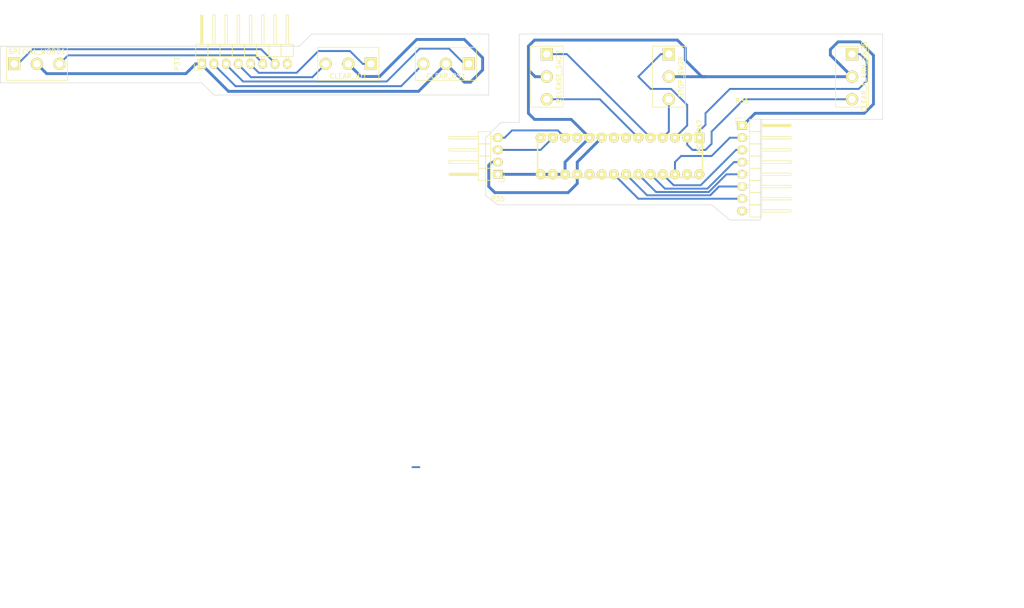
<source format=kicad_pcb>
(kicad_pcb (version 4) (host pcbnew 4.0.2-stable)

  (general
    (links 33)
    (no_connects 0)
    (area 38.684999 22.490304 255.65 148.590001)
    (thickness 1.6)
    (drawings 25)
    (tracks 156)
    (zones 0)
    (modules 10)
    (nets 24)
  )

  (page A4)
  (layers
    (0 F.Cu signal)
    (31 B.Cu signal)
    (32 B.Adhes user)
    (33 F.Adhes user)
    (34 B.Paste user)
    (35 F.Paste user)
    (36 B.SilkS user)
    (37 F.SilkS user)
    (38 B.Mask user)
    (39 F.Mask user)
    (40 Dwgs.User user)
    (41 Cmts.User user)
    (42 Eco1.User user)
    (43 Eco2.User user)
    (44 Edge.Cuts user)
    (45 Margin user)
    (46 B.CrtYd user)
    (47 F.CrtYd user)
    (48 B.Fab user)
    (49 F.Fab user)
  )

  (setup
    (last_trace_width 0.4)
    (trace_clearance 0.3)
    (zone_clearance 0.508)
    (zone_45_only no)
    (trace_min 0.2)
    (segment_width 0.2)
    (edge_width 0.1)
    (via_size 1.6)
    (via_drill 1)
    (via_min_size 0.4)
    (via_min_drill 0.3)
    (uvia_size 0.3)
    (uvia_drill 0.1)
    (uvias_allowed no)
    (uvia_min_size 0.2)
    (uvia_min_drill 0.1)
    (pcb_text_width 0.3)
    (pcb_text_size 1.5 1.5)
    (mod_edge_width 0.15)
    (mod_text_size 1 1)
    (mod_text_width 0.15)
    (pad_size 1.5 1.5)
    (pad_drill 0.6)
    (pad_to_mask_clearance 0)
    (aux_axis_origin 0 0)
    (visible_elements FFFFFF7F)
    (pcbplotparams
      (layerselection 0x01000_80000001)
      (usegerberextensions false)
      (excludeedgelayer true)
      (linewidth 0.100000)
      (plotframeref false)
      (viasonmask false)
      (mode 1)
      (useauxorigin false)
      (hpglpennumber 1)
      (hpglpenspeed 20)
      (hpglpendiameter 15)
      (hpglpenoverlay 2)
      (psnegative false)
      (psa4output false)
      (plotreference true)
      (plotvalue true)
      (plotinvisibletext false)
      (padsonsilk false)
      (subtractmaskfromsilk false)
      (outputformat 1)
      (mirror false)
      (drillshape 0)
      (scaleselection 1)
      (outputdirectory ../plans/v1_board_assembly/))
  )

  (net 0 "")
  (net 1 GND)
  (net 2 VDD)
  (net 3 /SDA)
  (net 4 /SCK)
  (net 5 /CLEAR_OS_B)
  (net 6 /CLEAR_OS_A)
  (net 7 /CLEAR_ID_B)
  (net 8 /CLEAR_ID_A)
  (net 9 /SPECIAL_B)
  (net 10 /SPECIAL_A)
  (net 11 "Net-(P37-Pad6)")
  (net 12 "Net-(P37-Pad7)")
  (net 13 "Net-(CLEAR_ID1-Pad1)")
  (net 14 "Net-(CLEAR_ID1-Pad2)")
  (net 15 "Net-(CLEAR_ID1-Pad3)")
  (net 16 "Net-(CLEAR_OS1-Pad1)")
  (net 17 "Net-(CLEAR_OS1-Pad3)")
  (net 18 "Net-(CLEAR_ALARM_SW29-Pad1)")
  (net 19 "Net-(CLEAR_ALARM_SW29-Pad3)")
  (net 20 "Net-(RELEASE_SW27-Pad1)")
  (net 21 "Net-(RELEASE_SW27-Pad3)")
  (net 22 "Net-(STOP_SW28-Pad1)")
  (net 23 "Net-(STOP_SW28-Pad3)")

  (net_class Default "This is the default net class."
    (clearance 0.3)
    (trace_width 0.4)
    (via_dia 1.6)
    (via_drill 1)
    (uvia_dia 0.3)
    (uvia_drill 0.1)
    (add_net /CLEAR_ID_A)
    (add_net /CLEAR_ID_B)
    (add_net /CLEAR_OS_A)
    (add_net /CLEAR_OS_B)
    (add_net /SCK)
    (add_net /SDA)
    (add_net /SPECIAL_A)
    (add_net /SPECIAL_B)
    (add_net GND)
    (add_net "Net-(CLEAR_ALARM_SW29-Pad1)")
    (add_net "Net-(CLEAR_ALARM_SW29-Pad3)")
    (add_net "Net-(CLEAR_ID1-Pad1)")
    (add_net "Net-(CLEAR_ID1-Pad2)")
    (add_net "Net-(CLEAR_ID1-Pad3)")
    (add_net "Net-(CLEAR_OS1-Pad1)")
    (add_net "Net-(CLEAR_OS1-Pad3)")
    (add_net "Net-(P37-Pad6)")
    (add_net "Net-(P37-Pad7)")
    (add_net "Net-(RELEASE_SW27-Pad1)")
    (add_net "Net-(RELEASE_SW27-Pad3)")
    (add_net "Net-(STOP_SW28-Pad1)")
    (add_net "Net-(STOP_SW28-Pad3)")
    (add_net VDD)
  )

  (module Pin_Headers:Pin_Header_Angled_1x04 (layer F.Cu) (tedit 0) (tstamp 57AB3EAF)
    (at 142.24 58.42 180)
    (descr "Through hole pin header")
    (tags "pin header")
    (path /57AB65CC)
    (fp_text reference P35 (at 0 -5.1 180) (layer F.SilkS)
      (effects (font (size 1 1) (thickness 0.15)))
    )
    (fp_text value CONN_01X04 (at 0 -3.1 180) (layer F.Fab)
      (effects (font (size 1 1) (thickness 0.15)))
    )
    (fp_line (start -1.5 -1.75) (end -1.5 9.4) (layer F.CrtYd) (width 0.05))
    (fp_line (start 10.65 -1.75) (end 10.65 9.4) (layer F.CrtYd) (width 0.05))
    (fp_line (start -1.5 -1.75) (end 10.65 -1.75) (layer F.CrtYd) (width 0.05))
    (fp_line (start -1.5 9.4) (end 10.65 9.4) (layer F.CrtYd) (width 0.05))
    (fp_line (start -1.3 -1.55) (end -1.3 0) (layer F.SilkS) (width 0.15))
    (fp_line (start 0 -1.55) (end -1.3 -1.55) (layer F.SilkS) (width 0.15))
    (fp_line (start 4.191 -0.127) (end 10.033 -0.127) (layer F.SilkS) (width 0.15))
    (fp_line (start 10.033 -0.127) (end 10.033 0.127) (layer F.SilkS) (width 0.15))
    (fp_line (start 10.033 0.127) (end 4.191 0.127) (layer F.SilkS) (width 0.15))
    (fp_line (start 4.191 0.127) (end 4.191 0) (layer F.SilkS) (width 0.15))
    (fp_line (start 4.191 0) (end 10.033 0) (layer F.SilkS) (width 0.15))
    (fp_line (start 1.524 -0.254) (end 1.143 -0.254) (layer F.SilkS) (width 0.15))
    (fp_line (start 1.524 0.254) (end 1.143 0.254) (layer F.SilkS) (width 0.15))
    (fp_line (start 1.524 2.286) (end 1.143 2.286) (layer F.SilkS) (width 0.15))
    (fp_line (start 1.524 2.794) (end 1.143 2.794) (layer F.SilkS) (width 0.15))
    (fp_line (start 1.524 4.826) (end 1.143 4.826) (layer F.SilkS) (width 0.15))
    (fp_line (start 1.524 5.334) (end 1.143 5.334) (layer F.SilkS) (width 0.15))
    (fp_line (start 1.524 7.874) (end 1.143 7.874) (layer F.SilkS) (width 0.15))
    (fp_line (start 1.524 7.366) (end 1.143 7.366) (layer F.SilkS) (width 0.15))
    (fp_line (start 1.524 -1.27) (end 4.064 -1.27) (layer F.SilkS) (width 0.15))
    (fp_line (start 1.524 1.27) (end 4.064 1.27) (layer F.SilkS) (width 0.15))
    (fp_line (start 1.524 1.27) (end 1.524 3.81) (layer F.SilkS) (width 0.15))
    (fp_line (start 1.524 3.81) (end 4.064 3.81) (layer F.SilkS) (width 0.15))
    (fp_line (start 4.064 2.286) (end 10.16 2.286) (layer F.SilkS) (width 0.15))
    (fp_line (start 10.16 2.286) (end 10.16 2.794) (layer F.SilkS) (width 0.15))
    (fp_line (start 10.16 2.794) (end 4.064 2.794) (layer F.SilkS) (width 0.15))
    (fp_line (start 4.064 3.81) (end 4.064 1.27) (layer F.SilkS) (width 0.15))
    (fp_line (start 4.064 1.27) (end 4.064 -1.27) (layer F.SilkS) (width 0.15))
    (fp_line (start 10.16 0.254) (end 4.064 0.254) (layer F.SilkS) (width 0.15))
    (fp_line (start 10.16 -0.254) (end 10.16 0.254) (layer F.SilkS) (width 0.15))
    (fp_line (start 4.064 -0.254) (end 10.16 -0.254) (layer F.SilkS) (width 0.15))
    (fp_line (start 1.524 1.27) (end 4.064 1.27) (layer F.SilkS) (width 0.15))
    (fp_line (start 1.524 -1.27) (end 1.524 1.27) (layer F.SilkS) (width 0.15))
    (fp_line (start 1.524 6.35) (end 4.064 6.35) (layer F.SilkS) (width 0.15))
    (fp_line (start 1.524 6.35) (end 1.524 8.89) (layer F.SilkS) (width 0.15))
    (fp_line (start 1.524 8.89) (end 4.064 8.89) (layer F.SilkS) (width 0.15))
    (fp_line (start 4.064 7.366) (end 10.16 7.366) (layer F.SilkS) (width 0.15))
    (fp_line (start 10.16 7.366) (end 10.16 7.874) (layer F.SilkS) (width 0.15))
    (fp_line (start 10.16 7.874) (end 4.064 7.874) (layer F.SilkS) (width 0.15))
    (fp_line (start 4.064 8.89) (end 4.064 6.35) (layer F.SilkS) (width 0.15))
    (fp_line (start 4.064 6.35) (end 4.064 3.81) (layer F.SilkS) (width 0.15))
    (fp_line (start 10.16 5.334) (end 4.064 5.334) (layer F.SilkS) (width 0.15))
    (fp_line (start 10.16 4.826) (end 10.16 5.334) (layer F.SilkS) (width 0.15))
    (fp_line (start 4.064 4.826) (end 10.16 4.826) (layer F.SilkS) (width 0.15))
    (fp_line (start 1.524 6.35) (end 4.064 6.35) (layer F.SilkS) (width 0.15))
    (fp_line (start 1.524 3.81) (end 1.524 6.35) (layer F.SilkS) (width 0.15))
    (fp_line (start 1.524 3.81) (end 4.064 3.81) (layer F.SilkS) (width 0.15))
    (pad 1 thru_hole rect (at 0 0 180) (size 2.032 1.7272) (drill 1.016) (layers *.Cu *.Mask F.SilkS)
      (net 1 GND))
    (pad 2 thru_hole oval (at 0 2.54 180) (size 2.032 1.7272) (drill 1.016) (layers *.Cu *.Mask F.SilkS)
      (net 2 VDD))
    (pad 3 thru_hole oval (at 0 5.08 180) (size 2.032 1.7272) (drill 1.016) (layers *.Cu *.Mask F.SilkS)
      (net 3 /SDA))
    (pad 4 thru_hole oval (at 0 7.62 180) (size 2.032 1.7272) (drill 1.016) (layers *.Cu *.Mask F.SilkS)
      (net 4 /SCK))
    (model Pin_Headers.3dshapes/Pin_Header_Angled_1x04.wrl
      (at (xyz 0 -0.15 0))
      (scale (xyz 1 1 1))
      (rotate (xyz 0 0 90))
    )
  )

  (module Pin_Headers:Pin_Header_Angled_1x08 (layer F.Cu) (tedit 0) (tstamp 57AB3F0E)
    (at 193.04 48.26)
    (descr "Through hole pin header")
    (tags "pin header")
    (path /57AB4AB8)
    (fp_text reference P36 (at 0 -5.1) (layer F.SilkS)
      (effects (font (size 1 1) (thickness 0.15)))
    )
    (fp_text value CONN_01X08 (at 0 -3.1) (layer F.Fab)
      (effects (font (size 1 1) (thickness 0.15)))
    )
    (fp_line (start -1.5 -1.75) (end -1.5 19.55) (layer F.CrtYd) (width 0.05))
    (fp_line (start 10.65 -1.75) (end 10.65 19.55) (layer F.CrtYd) (width 0.05))
    (fp_line (start -1.5 -1.75) (end 10.65 -1.75) (layer F.CrtYd) (width 0.05))
    (fp_line (start -1.5 19.55) (end 10.65 19.55) (layer F.CrtYd) (width 0.05))
    (fp_line (start -1.3 -1.55) (end -1.3 0) (layer F.SilkS) (width 0.15))
    (fp_line (start 0 -1.55) (end -1.3 -1.55) (layer F.SilkS) (width 0.15))
    (fp_line (start 4.191 -0.127) (end 10.033 -0.127) (layer F.SilkS) (width 0.15))
    (fp_line (start 10.033 -0.127) (end 10.033 0.127) (layer F.SilkS) (width 0.15))
    (fp_line (start 10.033 0.127) (end 4.191 0.127) (layer F.SilkS) (width 0.15))
    (fp_line (start 4.191 0.127) (end 4.191 0) (layer F.SilkS) (width 0.15))
    (fp_line (start 4.191 0) (end 10.033 0) (layer F.SilkS) (width 0.15))
    (fp_line (start 1.524 17.526) (end 1.143 17.526) (layer F.SilkS) (width 0.15))
    (fp_line (start 1.524 18.034) (end 1.143 18.034) (layer F.SilkS) (width 0.15))
    (fp_line (start 1.524 -0.254) (end 1.143 -0.254) (layer F.SilkS) (width 0.15))
    (fp_line (start 1.524 0.254) (end 1.143 0.254) (layer F.SilkS) (width 0.15))
    (fp_line (start 1.524 2.286) (end 1.143 2.286) (layer F.SilkS) (width 0.15))
    (fp_line (start 1.524 2.794) (end 1.143 2.794) (layer F.SilkS) (width 0.15))
    (fp_line (start 1.524 4.826) (end 1.143 4.826) (layer F.SilkS) (width 0.15))
    (fp_line (start 1.524 5.334) (end 1.143 5.334) (layer F.SilkS) (width 0.15))
    (fp_line (start 1.524 15.494) (end 1.143 15.494) (layer F.SilkS) (width 0.15))
    (fp_line (start 1.524 14.986) (end 1.143 14.986) (layer F.SilkS) (width 0.15))
    (fp_line (start 1.524 12.954) (end 1.143 12.954) (layer F.SilkS) (width 0.15))
    (fp_line (start 1.524 12.446) (end 1.143 12.446) (layer F.SilkS) (width 0.15))
    (fp_line (start 1.524 10.414) (end 1.143 10.414) (layer F.SilkS) (width 0.15))
    (fp_line (start 1.524 9.906) (end 1.143 9.906) (layer F.SilkS) (width 0.15))
    (fp_line (start 1.524 7.874) (end 1.143 7.874) (layer F.SilkS) (width 0.15))
    (fp_line (start 1.524 7.366) (end 1.143 7.366) (layer F.SilkS) (width 0.15))
    (fp_line (start 1.524 13.97) (end 4.064 13.97) (layer F.SilkS) (width 0.15))
    (fp_line (start 1.524 13.97) (end 1.524 16.51) (layer F.SilkS) (width 0.15))
    (fp_line (start 1.524 16.51) (end 4.064 16.51) (layer F.SilkS) (width 0.15))
    (fp_line (start 4.064 14.986) (end 10.16 14.986) (layer F.SilkS) (width 0.15))
    (fp_line (start 10.16 14.986) (end 10.16 15.494) (layer F.SilkS) (width 0.15))
    (fp_line (start 10.16 15.494) (end 4.064 15.494) (layer F.SilkS) (width 0.15))
    (fp_line (start 4.064 16.51) (end 4.064 13.97) (layer F.SilkS) (width 0.15))
    (fp_line (start 4.064 19.05) (end 4.064 16.51) (layer F.SilkS) (width 0.15))
    (fp_line (start 10.16 18.034) (end 4.064 18.034) (layer F.SilkS) (width 0.15))
    (fp_line (start 10.16 17.526) (end 10.16 18.034) (layer F.SilkS) (width 0.15))
    (fp_line (start 4.064 17.526) (end 10.16 17.526) (layer F.SilkS) (width 0.15))
    (fp_line (start 1.524 16.51) (end 1.524 19.05) (layer F.SilkS) (width 0.15))
    (fp_line (start 1.524 16.51) (end 4.064 16.51) (layer F.SilkS) (width 0.15))
    (fp_line (start 1.524 19.05) (end 4.064 19.05) (layer F.SilkS) (width 0.15))
    (fp_line (start 1.524 -1.27) (end 4.064 -1.27) (layer F.SilkS) (width 0.15))
    (fp_line (start 1.524 1.27) (end 4.064 1.27) (layer F.SilkS) (width 0.15))
    (fp_line (start 1.524 1.27) (end 1.524 3.81) (layer F.SilkS) (width 0.15))
    (fp_line (start 1.524 3.81) (end 4.064 3.81) (layer F.SilkS) (width 0.15))
    (fp_line (start 4.064 2.286) (end 10.16 2.286) (layer F.SilkS) (width 0.15))
    (fp_line (start 10.16 2.286) (end 10.16 2.794) (layer F.SilkS) (width 0.15))
    (fp_line (start 10.16 2.794) (end 4.064 2.794) (layer F.SilkS) (width 0.15))
    (fp_line (start 4.064 3.81) (end 4.064 1.27) (layer F.SilkS) (width 0.15))
    (fp_line (start 4.064 1.27) (end 4.064 -1.27) (layer F.SilkS) (width 0.15))
    (fp_line (start 10.16 0.254) (end 4.064 0.254) (layer F.SilkS) (width 0.15))
    (fp_line (start 10.16 -0.254) (end 10.16 0.254) (layer F.SilkS) (width 0.15))
    (fp_line (start 4.064 -0.254) (end 10.16 -0.254) (layer F.SilkS) (width 0.15))
    (fp_line (start 1.524 1.27) (end 4.064 1.27) (layer F.SilkS) (width 0.15))
    (fp_line (start 1.524 -1.27) (end 1.524 1.27) (layer F.SilkS) (width 0.15))
    (fp_line (start 1.524 8.89) (end 4.064 8.89) (layer F.SilkS) (width 0.15))
    (fp_line (start 1.524 8.89) (end 1.524 11.43) (layer F.SilkS) (width 0.15))
    (fp_line (start 1.524 11.43) (end 4.064 11.43) (layer F.SilkS) (width 0.15))
    (fp_line (start 4.064 9.906) (end 10.16 9.906) (layer F.SilkS) (width 0.15))
    (fp_line (start 10.16 9.906) (end 10.16 10.414) (layer F.SilkS) (width 0.15))
    (fp_line (start 10.16 10.414) (end 4.064 10.414) (layer F.SilkS) (width 0.15))
    (fp_line (start 4.064 11.43) (end 4.064 8.89) (layer F.SilkS) (width 0.15))
    (fp_line (start 4.064 13.97) (end 4.064 11.43) (layer F.SilkS) (width 0.15))
    (fp_line (start 10.16 12.954) (end 4.064 12.954) (layer F.SilkS) (width 0.15))
    (fp_line (start 10.16 12.446) (end 10.16 12.954) (layer F.SilkS) (width 0.15))
    (fp_line (start 4.064 12.446) (end 10.16 12.446) (layer F.SilkS) (width 0.15))
    (fp_line (start 1.524 13.97) (end 4.064 13.97) (layer F.SilkS) (width 0.15))
    (fp_line (start 1.524 11.43) (end 1.524 13.97) (layer F.SilkS) (width 0.15))
    (fp_line (start 1.524 11.43) (end 4.064 11.43) (layer F.SilkS) (width 0.15))
    (fp_line (start 1.524 6.35) (end 4.064 6.35) (layer F.SilkS) (width 0.15))
    (fp_line (start 1.524 6.35) (end 1.524 8.89) (layer F.SilkS) (width 0.15))
    (fp_line (start 1.524 8.89) (end 4.064 8.89) (layer F.SilkS) (width 0.15))
    (fp_line (start 4.064 7.366) (end 10.16 7.366) (layer F.SilkS) (width 0.15))
    (fp_line (start 10.16 7.366) (end 10.16 7.874) (layer F.SilkS) (width 0.15))
    (fp_line (start 10.16 7.874) (end 4.064 7.874) (layer F.SilkS) (width 0.15))
    (fp_line (start 4.064 8.89) (end 4.064 6.35) (layer F.SilkS) (width 0.15))
    (fp_line (start 4.064 6.35) (end 4.064 3.81) (layer F.SilkS) (width 0.15))
    (fp_line (start 10.16 5.334) (end 4.064 5.334) (layer F.SilkS) (width 0.15))
    (fp_line (start 10.16 4.826) (end 10.16 5.334) (layer F.SilkS) (width 0.15))
    (fp_line (start 4.064 4.826) (end 10.16 4.826) (layer F.SilkS) (width 0.15))
    (fp_line (start 1.524 6.35) (end 4.064 6.35) (layer F.SilkS) (width 0.15))
    (fp_line (start 1.524 3.81) (end 1.524 6.35) (layer F.SilkS) (width 0.15))
    (fp_line (start 1.524 3.81) (end 4.064 3.81) (layer F.SilkS) (width 0.15))
    (pad 1 thru_hole rect (at 0 0) (size 2.032 1.7272) (drill 1.016) (layers *.Cu *.Mask F.SilkS)
      (net 1 GND))
    (pad 2 thru_hole oval (at 0 2.54) (size 2.032 1.7272) (drill 1.016) (layers *.Cu *.Mask F.SilkS)
      (net 5 /CLEAR_OS_B))
    (pad 3 thru_hole oval (at 0 5.08) (size 2.032 1.7272) (drill 1.016) (layers *.Cu *.Mask F.SilkS)
      (net 6 /CLEAR_OS_A))
    (pad 4 thru_hole oval (at 0 7.62) (size 2.032 1.7272) (drill 1.016) (layers *.Cu *.Mask F.SilkS)
      (net 7 /CLEAR_ID_B))
    (pad 5 thru_hole oval (at 0 10.16) (size 2.032 1.7272) (drill 1.016) (layers *.Cu *.Mask F.SilkS)
      (net 8 /CLEAR_ID_A))
    (pad 6 thru_hole oval (at 0 12.7) (size 2.032 1.7272) (drill 1.016) (layers *.Cu *.Mask F.SilkS)
      (net 9 /SPECIAL_B))
    (pad 7 thru_hole oval (at 0 15.24) (size 2.032 1.7272) (drill 1.016) (layers *.Cu *.Mask F.SilkS)
      (net 10 /SPECIAL_A))
    (pad 8 thru_hole oval (at 0 17.78) (size 2.032 1.7272) (drill 1.016) (layers *.Cu *.Mask F.SilkS))
    (model Pin_Headers.3dshapes/Pin_Header_Angled_1x08.wrl
      (at (xyz 0 -0.35 0))
      (scale (xyz 1 1 1))
      (rotate (xyz 0 0 90))
    )
  )

  (module Pin_Headers:Pin_Header_Angled_1x08 (layer F.Cu) (tedit 0) (tstamp 57AB3F6D)
    (at 80.645 35.433 90)
    (descr "Through hole pin header")
    (tags "pin header")
    (path /57AB4A55)
    (fp_text reference P37 (at 0 -5.1 90) (layer F.SilkS)
      (effects (font (size 1 1) (thickness 0.15)))
    )
    (fp_text value CONN_01X08 (at 0 -3.1 90) (layer F.Fab)
      (effects (font (size 1 1) (thickness 0.15)))
    )
    (fp_line (start -1.5 -1.75) (end -1.5 19.55) (layer F.CrtYd) (width 0.05))
    (fp_line (start 10.65 -1.75) (end 10.65 19.55) (layer F.CrtYd) (width 0.05))
    (fp_line (start -1.5 -1.75) (end 10.65 -1.75) (layer F.CrtYd) (width 0.05))
    (fp_line (start -1.5 19.55) (end 10.65 19.55) (layer F.CrtYd) (width 0.05))
    (fp_line (start -1.3 -1.55) (end -1.3 0) (layer F.SilkS) (width 0.15))
    (fp_line (start 0 -1.55) (end -1.3 -1.55) (layer F.SilkS) (width 0.15))
    (fp_line (start 4.191 -0.127) (end 10.033 -0.127) (layer F.SilkS) (width 0.15))
    (fp_line (start 10.033 -0.127) (end 10.033 0.127) (layer F.SilkS) (width 0.15))
    (fp_line (start 10.033 0.127) (end 4.191 0.127) (layer F.SilkS) (width 0.15))
    (fp_line (start 4.191 0.127) (end 4.191 0) (layer F.SilkS) (width 0.15))
    (fp_line (start 4.191 0) (end 10.033 0) (layer F.SilkS) (width 0.15))
    (fp_line (start 1.524 17.526) (end 1.143 17.526) (layer F.SilkS) (width 0.15))
    (fp_line (start 1.524 18.034) (end 1.143 18.034) (layer F.SilkS) (width 0.15))
    (fp_line (start 1.524 -0.254) (end 1.143 -0.254) (layer F.SilkS) (width 0.15))
    (fp_line (start 1.524 0.254) (end 1.143 0.254) (layer F.SilkS) (width 0.15))
    (fp_line (start 1.524 2.286) (end 1.143 2.286) (layer F.SilkS) (width 0.15))
    (fp_line (start 1.524 2.794) (end 1.143 2.794) (layer F.SilkS) (width 0.15))
    (fp_line (start 1.524 4.826) (end 1.143 4.826) (layer F.SilkS) (width 0.15))
    (fp_line (start 1.524 5.334) (end 1.143 5.334) (layer F.SilkS) (width 0.15))
    (fp_line (start 1.524 15.494) (end 1.143 15.494) (layer F.SilkS) (width 0.15))
    (fp_line (start 1.524 14.986) (end 1.143 14.986) (layer F.SilkS) (width 0.15))
    (fp_line (start 1.524 12.954) (end 1.143 12.954) (layer F.SilkS) (width 0.15))
    (fp_line (start 1.524 12.446) (end 1.143 12.446) (layer F.SilkS) (width 0.15))
    (fp_line (start 1.524 10.414) (end 1.143 10.414) (layer F.SilkS) (width 0.15))
    (fp_line (start 1.524 9.906) (end 1.143 9.906) (layer F.SilkS) (width 0.15))
    (fp_line (start 1.524 7.874) (end 1.143 7.874) (layer F.SilkS) (width 0.15))
    (fp_line (start 1.524 7.366) (end 1.143 7.366) (layer F.SilkS) (width 0.15))
    (fp_line (start 1.524 13.97) (end 4.064 13.97) (layer F.SilkS) (width 0.15))
    (fp_line (start 1.524 13.97) (end 1.524 16.51) (layer F.SilkS) (width 0.15))
    (fp_line (start 1.524 16.51) (end 4.064 16.51) (layer F.SilkS) (width 0.15))
    (fp_line (start 4.064 14.986) (end 10.16 14.986) (layer F.SilkS) (width 0.15))
    (fp_line (start 10.16 14.986) (end 10.16 15.494) (layer F.SilkS) (width 0.15))
    (fp_line (start 10.16 15.494) (end 4.064 15.494) (layer F.SilkS) (width 0.15))
    (fp_line (start 4.064 16.51) (end 4.064 13.97) (layer F.SilkS) (width 0.15))
    (fp_line (start 4.064 19.05) (end 4.064 16.51) (layer F.SilkS) (width 0.15))
    (fp_line (start 10.16 18.034) (end 4.064 18.034) (layer F.SilkS) (width 0.15))
    (fp_line (start 10.16 17.526) (end 10.16 18.034) (layer F.SilkS) (width 0.15))
    (fp_line (start 4.064 17.526) (end 10.16 17.526) (layer F.SilkS) (width 0.15))
    (fp_line (start 1.524 16.51) (end 1.524 19.05) (layer F.SilkS) (width 0.15))
    (fp_line (start 1.524 16.51) (end 4.064 16.51) (layer F.SilkS) (width 0.15))
    (fp_line (start 1.524 19.05) (end 4.064 19.05) (layer F.SilkS) (width 0.15))
    (fp_line (start 1.524 -1.27) (end 4.064 -1.27) (layer F.SilkS) (width 0.15))
    (fp_line (start 1.524 1.27) (end 4.064 1.27) (layer F.SilkS) (width 0.15))
    (fp_line (start 1.524 1.27) (end 1.524 3.81) (layer F.SilkS) (width 0.15))
    (fp_line (start 1.524 3.81) (end 4.064 3.81) (layer F.SilkS) (width 0.15))
    (fp_line (start 4.064 2.286) (end 10.16 2.286) (layer F.SilkS) (width 0.15))
    (fp_line (start 10.16 2.286) (end 10.16 2.794) (layer F.SilkS) (width 0.15))
    (fp_line (start 10.16 2.794) (end 4.064 2.794) (layer F.SilkS) (width 0.15))
    (fp_line (start 4.064 3.81) (end 4.064 1.27) (layer F.SilkS) (width 0.15))
    (fp_line (start 4.064 1.27) (end 4.064 -1.27) (layer F.SilkS) (width 0.15))
    (fp_line (start 10.16 0.254) (end 4.064 0.254) (layer F.SilkS) (width 0.15))
    (fp_line (start 10.16 -0.254) (end 10.16 0.254) (layer F.SilkS) (width 0.15))
    (fp_line (start 4.064 -0.254) (end 10.16 -0.254) (layer F.SilkS) (width 0.15))
    (fp_line (start 1.524 1.27) (end 4.064 1.27) (layer F.SilkS) (width 0.15))
    (fp_line (start 1.524 -1.27) (end 1.524 1.27) (layer F.SilkS) (width 0.15))
    (fp_line (start 1.524 8.89) (end 4.064 8.89) (layer F.SilkS) (width 0.15))
    (fp_line (start 1.524 8.89) (end 1.524 11.43) (layer F.SilkS) (width 0.15))
    (fp_line (start 1.524 11.43) (end 4.064 11.43) (layer F.SilkS) (width 0.15))
    (fp_line (start 4.064 9.906) (end 10.16 9.906) (layer F.SilkS) (width 0.15))
    (fp_line (start 10.16 9.906) (end 10.16 10.414) (layer F.SilkS) (width 0.15))
    (fp_line (start 10.16 10.414) (end 4.064 10.414) (layer F.SilkS) (width 0.15))
    (fp_line (start 4.064 11.43) (end 4.064 8.89) (layer F.SilkS) (width 0.15))
    (fp_line (start 4.064 13.97) (end 4.064 11.43) (layer F.SilkS) (width 0.15))
    (fp_line (start 10.16 12.954) (end 4.064 12.954) (layer F.SilkS) (width 0.15))
    (fp_line (start 10.16 12.446) (end 10.16 12.954) (layer F.SilkS) (width 0.15))
    (fp_line (start 4.064 12.446) (end 10.16 12.446) (layer F.SilkS) (width 0.15))
    (fp_line (start 1.524 13.97) (end 4.064 13.97) (layer F.SilkS) (width 0.15))
    (fp_line (start 1.524 11.43) (end 1.524 13.97) (layer F.SilkS) (width 0.15))
    (fp_line (start 1.524 11.43) (end 4.064 11.43) (layer F.SilkS) (width 0.15))
    (fp_line (start 1.524 6.35) (end 4.064 6.35) (layer F.SilkS) (width 0.15))
    (fp_line (start 1.524 6.35) (end 1.524 8.89) (layer F.SilkS) (width 0.15))
    (fp_line (start 1.524 8.89) (end 4.064 8.89) (layer F.SilkS) (width 0.15))
    (fp_line (start 4.064 7.366) (end 10.16 7.366) (layer F.SilkS) (width 0.15))
    (fp_line (start 10.16 7.366) (end 10.16 7.874) (layer F.SilkS) (width 0.15))
    (fp_line (start 10.16 7.874) (end 4.064 7.874) (layer F.SilkS) (width 0.15))
    (fp_line (start 4.064 8.89) (end 4.064 6.35) (layer F.SilkS) (width 0.15))
    (fp_line (start 4.064 6.35) (end 4.064 3.81) (layer F.SilkS) (width 0.15))
    (fp_line (start 10.16 5.334) (end 4.064 5.334) (layer F.SilkS) (width 0.15))
    (fp_line (start 10.16 4.826) (end 10.16 5.334) (layer F.SilkS) (width 0.15))
    (fp_line (start 4.064 4.826) (end 10.16 4.826) (layer F.SilkS) (width 0.15))
    (fp_line (start 1.524 6.35) (end 4.064 6.35) (layer F.SilkS) (width 0.15))
    (fp_line (start 1.524 3.81) (end 1.524 6.35) (layer F.SilkS) (width 0.15))
    (fp_line (start 1.524 3.81) (end 4.064 3.81) (layer F.SilkS) (width 0.15))
    (pad 1 thru_hole rect (at 0 0 90) (size 2.032 1.7272) (drill 1.016) (layers *.Cu *.Mask F.SilkS)
      (net 14 "Net-(CLEAR_ID1-Pad2)"))
    (pad 2 thru_hole oval (at 0 2.54 90) (size 2.032 1.7272) (drill 1.016) (layers *.Cu *.Mask F.SilkS)
      (net 17 "Net-(CLEAR_OS1-Pad3)"))
    (pad 3 thru_hole oval (at 0 5.08 90) (size 2.032 1.7272) (drill 1.016) (layers *.Cu *.Mask F.SilkS)
      (net 16 "Net-(CLEAR_OS1-Pad1)"))
    (pad 4 thru_hole oval (at 0 7.62 90) (size 2.032 1.7272) (drill 1.016) (layers *.Cu *.Mask F.SilkS)
      (net 15 "Net-(CLEAR_ID1-Pad3)"))
    (pad 5 thru_hole oval (at 0 10.16 90) (size 2.032 1.7272) (drill 1.016) (layers *.Cu *.Mask F.SilkS)
      (net 13 "Net-(CLEAR_ID1-Pad1)"))
    (pad 6 thru_hole oval (at 0 12.7 90) (size 2.032 1.7272) (drill 1.016) (layers *.Cu *.Mask F.SilkS)
      (net 11 "Net-(P37-Pad6)"))
    (pad 7 thru_hole oval (at 0 15.24 90) (size 2.032 1.7272) (drill 1.016) (layers *.Cu *.Mask F.SilkS)
      (net 12 "Net-(P37-Pad7)"))
    (pad 8 thru_hole oval (at 0 17.78 90) (size 2.032 1.7272) (drill 1.016) (layers *.Cu *.Mask F.SilkS))
    (model Pin_Headers.3dshapes/Pin_Header_Angled_1x08.wrl
      (at (xyz 0 -0.35 0))
      (scale (xyz 1 1 1))
      (rotate (xyz 0 0 90))
    )
  )

  (module myparts:SW_SPDT-custom (layer F.Cu) (tedit 57A880BF) (tstamp 57AB3F7D)
    (at 152.4 38.1 270)
    (tags "Switch SPDT")
    (path /57AB480A)
    (fp_text reference RELEASE_SW27 (at 0 -2.54 270) (layer F.SilkS)
      (effects (font (size 1 1) (thickness 0.15)))
    )
    (fp_text value SWITCH_INV (at 0.025 2.45 270) (layer F.Fab)
      (effects (font (size 1 1) (thickness 0.15)))
    )
    (fp_line (start 7 1.5) (end 5 1.5) (layer B.Fab) (width 0.15))
    (fp_line (start 7 -1.5) (end 7 1.5) (layer B.Fab) (width 0.15))
    (fp_line (start 5 -1.5) (end 7 -1.5) (layer B.Fab) (width 0.15))
    (fp_line (start 5 1.5) (end 5 -1.5) (layer B.Fab) (width 0.15))
    (fp_circle (center 0 0) (end 3.175 0) (layer B.Fab) (width 0.15))
    (fp_line (start -6.35 3.429) (end -6.35 -3.429) (layer F.SilkS) (width 0.15))
    (fp_line (start -6.35 -3.429) (end 6.35 -3.429) (layer F.SilkS) (width 0.15))
    (fp_line (start 6.35 -3.429) (end 6.35 3.429) (layer F.SilkS) (width 0.15))
    (fp_line (start 6.35 3.429) (end -6.35 3.429) (layer F.SilkS) (width 0.15))
    (pad 1 thru_hole rect (at -4.699 0 270) (size 2.54 2.54) (drill 1.524) (layers *.Cu *.Mask F.SilkS)
      (net 20 "Net-(RELEASE_SW27-Pad1)"))
    (pad 2 thru_hole circle (at 0 0 270) (size 2.54 2.54) (drill 1.524) (layers *.Cu *.Mask F.SilkS)
      (net 1 GND))
    (pad 3 thru_hole circle (at 4.699 0 270) (size 2.54 2.54) (drill 1.524) (layers *.Cu *.Mask F.SilkS)
      (net 21 "Net-(RELEASE_SW27-Pad3)"))
  )

  (module myparts:SW_SPDT-custom (layer F.Cu) (tedit 57A880BF) (tstamp 57AB3F8D)
    (at 177.8 38.1 270)
    (tags "Switch SPDT")
    (path /57AB4844)
    (fp_text reference STOP_SW28 (at 0 -2.54 270) (layer F.SilkS)
      (effects (font (size 1 1) (thickness 0.15)))
    )
    (fp_text value SWITCH_INV (at 0.025 2.45 270) (layer F.Fab)
      (effects (font (size 1 1) (thickness 0.15)))
    )
    (fp_line (start 7 1.5) (end 5 1.5) (layer B.Fab) (width 0.15))
    (fp_line (start 7 -1.5) (end 7 1.5) (layer B.Fab) (width 0.15))
    (fp_line (start 5 -1.5) (end 7 -1.5) (layer B.Fab) (width 0.15))
    (fp_line (start 5 1.5) (end 5 -1.5) (layer B.Fab) (width 0.15))
    (fp_circle (center 0 0) (end 3.175 0) (layer B.Fab) (width 0.15))
    (fp_line (start -6.35 3.429) (end -6.35 -3.429) (layer F.SilkS) (width 0.15))
    (fp_line (start -6.35 -3.429) (end 6.35 -3.429) (layer F.SilkS) (width 0.15))
    (fp_line (start 6.35 -3.429) (end 6.35 3.429) (layer F.SilkS) (width 0.15))
    (fp_line (start 6.35 3.429) (end -6.35 3.429) (layer F.SilkS) (width 0.15))
    (pad 1 thru_hole rect (at -4.699 0 270) (size 2.54 2.54) (drill 1.524) (layers *.Cu *.Mask F.SilkS)
      (net 22 "Net-(STOP_SW28-Pad1)"))
    (pad 2 thru_hole circle (at 0 0 270) (size 2.54 2.54) (drill 1.524) (layers *.Cu *.Mask F.SilkS)
      (net 1 GND))
    (pad 3 thru_hole circle (at 4.699 0 270) (size 2.54 2.54) (drill 1.524) (layers *.Cu *.Mask F.SilkS)
      (net 23 "Net-(STOP_SW28-Pad3)"))
  )

  (module myparts:SW_SPDT-custom (layer F.Cu) (tedit 57A880BF) (tstamp 57AB3F9D)
    (at 215.9 38.1 270)
    (tags "Switch SPDT")
    (path /57AB4869)
    (fp_text reference CLEAR_ALARM_SW29 (at 0 -2.54 270) (layer F.SilkS)
      (effects (font (size 1 1) (thickness 0.15)))
    )
    (fp_text value SWITCH_INV (at 0.025 2.45 270) (layer F.Fab)
      (effects (font (size 1 1) (thickness 0.15)))
    )
    (fp_line (start 7 1.5) (end 5 1.5) (layer B.Fab) (width 0.15))
    (fp_line (start 7 -1.5) (end 7 1.5) (layer B.Fab) (width 0.15))
    (fp_line (start 5 -1.5) (end 7 -1.5) (layer B.Fab) (width 0.15))
    (fp_line (start 5 1.5) (end 5 -1.5) (layer B.Fab) (width 0.15))
    (fp_circle (center 0 0) (end 3.175 0) (layer B.Fab) (width 0.15))
    (fp_line (start -6.35 3.429) (end -6.35 -3.429) (layer F.SilkS) (width 0.15))
    (fp_line (start -6.35 -3.429) (end 6.35 -3.429) (layer F.SilkS) (width 0.15))
    (fp_line (start 6.35 -3.429) (end 6.35 3.429) (layer F.SilkS) (width 0.15))
    (fp_line (start 6.35 3.429) (end -6.35 3.429) (layer F.SilkS) (width 0.15))
    (pad 1 thru_hole rect (at -4.699 0 270) (size 2.54 2.54) (drill 1.524) (layers *.Cu *.Mask F.SilkS)
      (net 18 "Net-(CLEAR_ALARM_SW29-Pad1)"))
    (pad 2 thru_hole circle (at 0 0 270) (size 2.54 2.54) (drill 1.524) (layers *.Cu *.Mask F.SilkS)
      (net 1 GND))
    (pad 3 thru_hole circle (at 4.699 0 270) (size 2.54 2.54) (drill 1.524) (layers *.Cu *.Mask F.SilkS)
      (net 19 "Net-(CLEAR_ALARM_SW29-Pad3)"))
  )

  (module myparts:SW_SPDT-custom (layer F.Cu) (tedit 57A880BF) (tstamp 57AB3FAD)
    (at 131.445 35.433 180)
    (tags "Switch SPDT")
    (path /57AB4893)
    (fp_text reference CLEAR_OS1 (at 0 -2.54 180) (layer F.SilkS)
      (effects (font (size 1 1) (thickness 0.15)))
    )
    (fp_text value SWITCH_INV (at 0.025 2.45 180) (layer F.Fab)
      (effects (font (size 1 1) (thickness 0.15)))
    )
    (fp_line (start 7 1.5) (end 5 1.5) (layer B.Fab) (width 0.15))
    (fp_line (start 7 -1.5) (end 7 1.5) (layer B.Fab) (width 0.15))
    (fp_line (start 5 -1.5) (end 7 -1.5) (layer B.Fab) (width 0.15))
    (fp_line (start 5 1.5) (end 5 -1.5) (layer B.Fab) (width 0.15))
    (fp_circle (center 0 0) (end 3.175 0) (layer B.Fab) (width 0.15))
    (fp_line (start -6.35 3.429) (end -6.35 -3.429) (layer F.SilkS) (width 0.15))
    (fp_line (start -6.35 -3.429) (end 6.35 -3.429) (layer F.SilkS) (width 0.15))
    (fp_line (start 6.35 -3.429) (end 6.35 3.429) (layer F.SilkS) (width 0.15))
    (fp_line (start 6.35 3.429) (end -6.35 3.429) (layer F.SilkS) (width 0.15))
    (pad 1 thru_hole rect (at -4.699 0 180) (size 2.54 2.54) (drill 1.524) (layers *.Cu *.Mask F.SilkS)
      (net 16 "Net-(CLEAR_OS1-Pad1)"))
    (pad 2 thru_hole circle (at 0 0 180) (size 2.54 2.54) (drill 1.524) (layers *.Cu *.Mask F.SilkS)
      (net 14 "Net-(CLEAR_ID1-Pad2)"))
    (pad 3 thru_hole circle (at 4.699 0 180) (size 2.54 2.54) (drill 1.524) (layers *.Cu *.Mask F.SilkS)
      (net 17 "Net-(CLEAR_OS1-Pad3)"))
  )

  (module myparts:SW_SPDT-custom (layer F.Cu) (tedit 57A880BF) (tstamp 57AB3FBD)
    (at 111.125 35.433 180)
    (tags "Switch SPDT")
    (path /57AB48CD)
    (fp_text reference CLEAR_ID1 (at 0 -2.54 180) (layer F.SilkS)
      (effects (font (size 1 1) (thickness 0.15)))
    )
    (fp_text value SWITCH_INV (at 0.025 2.45 180) (layer F.Fab)
      (effects (font (size 1 1) (thickness 0.15)))
    )
    (fp_line (start 7 1.5) (end 5 1.5) (layer B.Fab) (width 0.15))
    (fp_line (start 7 -1.5) (end 7 1.5) (layer B.Fab) (width 0.15))
    (fp_line (start 5 -1.5) (end 7 -1.5) (layer B.Fab) (width 0.15))
    (fp_line (start 5 1.5) (end 5 -1.5) (layer B.Fab) (width 0.15))
    (fp_circle (center 0 0) (end 3.175 0) (layer B.Fab) (width 0.15))
    (fp_line (start -6.35 3.429) (end -6.35 -3.429) (layer F.SilkS) (width 0.15))
    (fp_line (start -6.35 -3.429) (end 6.35 -3.429) (layer F.SilkS) (width 0.15))
    (fp_line (start 6.35 -3.429) (end 6.35 3.429) (layer F.SilkS) (width 0.15))
    (fp_line (start 6.35 3.429) (end -6.35 3.429) (layer F.SilkS) (width 0.15))
    (pad 1 thru_hole rect (at -4.699 0 180) (size 2.54 2.54) (drill 1.524) (layers *.Cu *.Mask F.SilkS)
      (net 13 "Net-(CLEAR_ID1-Pad1)"))
    (pad 2 thru_hole circle (at 0 0 180) (size 2.54 2.54) (drill 1.524) (layers *.Cu *.Mask F.SilkS)
      (net 14 "Net-(CLEAR_ID1-Pad2)"))
    (pad 3 thru_hole circle (at 4.699 0 180) (size 2.54 2.54) (drill 1.524) (layers *.Cu *.Mask F.SilkS)
      (net 15 "Net-(CLEAR_ID1-Pad3)"))
  )

  (module myparts:SW_SPDT-custom (layer F.Cu) (tedit 57A880BF) (tstamp 57AB3FCD)
    (at 46.355 35.433)
    (tags "Switch SPDT")
    (path /57AB48F0)
    (fp_text reference SPECIAL_WORD1 (at 0 -2.54) (layer F.SilkS)
      (effects (font (size 1 1) (thickness 0.15)))
    )
    (fp_text value SWITCH_INV (at 0.025 2.45) (layer F.Fab)
      (effects (font (size 1 1) (thickness 0.15)))
    )
    (fp_line (start 7 1.5) (end 5 1.5) (layer B.Fab) (width 0.15))
    (fp_line (start 7 -1.5) (end 7 1.5) (layer B.Fab) (width 0.15))
    (fp_line (start 5 -1.5) (end 7 -1.5) (layer B.Fab) (width 0.15))
    (fp_line (start 5 1.5) (end 5 -1.5) (layer B.Fab) (width 0.15))
    (fp_circle (center 0 0) (end 3.175 0) (layer B.Fab) (width 0.15))
    (fp_line (start -6.35 3.429) (end -6.35 -3.429) (layer F.SilkS) (width 0.15))
    (fp_line (start -6.35 -3.429) (end 6.35 -3.429) (layer F.SilkS) (width 0.15))
    (fp_line (start 6.35 -3.429) (end 6.35 3.429) (layer F.SilkS) (width 0.15))
    (fp_line (start 6.35 3.429) (end -6.35 3.429) (layer F.SilkS) (width 0.15))
    (pad 1 thru_hole rect (at -4.699 0) (size 2.54 2.54) (drill 1.524) (layers *.Cu *.Mask F.SilkS)
      (net 12 "Net-(P37-Pad7)"))
    (pad 2 thru_hole circle (at 0 0) (size 2.54 2.54) (drill 1.524) (layers *.Cu *.Mask F.SilkS)
      (net 14 "Net-(CLEAR_ID1-Pad2)"))
    (pad 3 thru_hole circle (at 4.699 0) (size 2.54 2.54) (drill 1.524) (layers *.Cu *.Mask F.SilkS)
      (net 11 "Net-(P37-Pad6)"))
  )

  (module DIL28:DIL28 (layer F.Cu) (tedit 200000) (tstamp 57AB3FF1)
    (at 184.15 50.8 180)
    (descr "e.g. MCP23017")
    (path /57AB5691)
    (fp_text reference U9 (at 0 -0.254 450) (layer F.SilkS)
      (effects (font (size 0.889 0.889) (thickness 0.3048)))
    )
    (fp_text value MCP23017 (at 0 0.254 450) (layer F.SilkS)
      (effects (font (size 0.889 0.889) (thickness 0.3048)))
    )
    (fp_line (start -0.635 0.635) (end 33.655 0.635) (layer F.SilkS) (width 0.3048))
    (fp_line (start 33.655 0.635) (end 33.655 -8.255) (layer F.SilkS) (width 0.3048))
    (fp_line (start 33.655 -8.255) (end -0.635 -8.255) (layer F.SilkS) (width 0.3048))
    (fp_line (start -0.635 -8.255) (end -0.635 0.635) (layer F.SilkS) (width 0.3048))
    (pad 1 thru_hole rect (at 0 0 180) (size 2.032 2.032) (drill 0.762) (layers *.Cu *.Mask F.SilkS)
      (net 18 "Net-(CLEAR_ALARM_SW29-Pad1)"))
    (pad 2 thru_hole circle (at 2.54 0 180) (size 2.032 2.032) (drill 0.762) (layers *.Cu *.Mask F.SilkS)
      (net 19 "Net-(CLEAR_ALARM_SW29-Pad3)"))
    (pad 3 thru_hole circle (at 5.08 0 180) (size 2.032 2.032) (drill 0.762) (layers *.Cu *.Mask F.SilkS)
      (net 22 "Net-(STOP_SW28-Pad1)"))
    (pad 4 thru_hole circle (at 7.62 0 180) (size 2.032 2.032) (drill 0.762) (layers *.Cu *.Mask F.SilkS)
      (net 23 "Net-(STOP_SW28-Pad3)"))
    (pad 5 thru_hole circle (at 10.16 0 180) (size 2.032 2.032) (drill 0.762) (layers *.Cu *.Mask F.SilkS)
      (net 20 "Net-(RELEASE_SW27-Pad1)"))
    (pad 6 thru_hole circle (at 12.7 0 180) (size 2.032 2.032) (drill 0.762) (layers *.Cu *.Mask F.SilkS)
      (net 21 "Net-(RELEASE_SW27-Pad3)"))
    (pad 7 thru_hole circle (at 15.24 0 180) (size 2.032 2.032) (drill 0.762) (layers *.Cu *.Mask F.SilkS))
    (pad 8 thru_hole circle (at 17.78 0 180) (size 2.032 2.032) (drill 0.762) (layers *.Cu *.Mask F.SilkS))
    (pad 9 thru_hole circle (at 20.32 0 180) (size 2.032 2.032) (drill 0.762) (layers *.Cu *.Mask F.SilkS)
      (net 2 VDD))
    (pad 10 thru_hole circle (at 22.86 0 180) (size 2.032 2.032) (drill 0.762) (layers *.Cu *.Mask F.SilkS)
      (net 1 GND))
    (pad 11 thru_hole circle (at 25.4 0 180) (size 2.032 2.032) (drill 0.762) (layers *.Cu *.Mask F.SilkS))
    (pad 12 thru_hole circle (at 27.94 0 180) (size 2.032 2.032) (drill 0.762) (layers *.Cu *.Mask F.SilkS)
      (net 4 /SCK))
    (pad 13 thru_hole circle (at 30.48 0 180) (size 2.032 2.032) (drill 0.762) (layers *.Cu *.Mask F.SilkS)
      (net 3 /SDA))
    (pad 14 thru_hole circle (at 33.02 0 180) (size 2.032 2.032) (drill 0.762) (layers *.Cu *.Mask F.SilkS))
    (pad 15 thru_hole circle (at 33.02 -7.62) (size 2.032 2.032) (drill 0.762) (layers *.Cu *.Mask F.SilkS)
      (net 1 GND))
    (pad 16 thru_hole circle (at 30.48 -7.62) (size 2.032 2.032) (drill 0.762) (layers *.Cu *.Mask F.SilkS)
      (net 1 GND))
    (pad 17 thru_hole circle (at 27.94 -7.62) (size 2.032 2.032) (drill 0.762) (layers *.Cu *.Mask F.SilkS)
      (net 1 GND))
    (pad 18 thru_hole circle (at 25.4 -7.62) (size 2.032 2.032) (drill 0.762) (layers *.Cu *.Mask F.SilkS)
      (net 2 VDD))
    (pad 19 thru_hole circle (at 22.86 -7.62) (size 2.032 2.032) (drill 0.762) (layers *.Cu *.Mask F.SilkS))
    (pad 20 thru_hole circle (at 20.32 -7.62) (size 2.032 2.032) (drill 0.762) (layers *.Cu *.Mask F.SilkS))
    (pad 21 thru_hole circle (at 17.78 -7.62) (size 2.032 2.032) (drill 0.762) (layers *.Cu *.Mask F.SilkS)
      (net 10 /SPECIAL_A))
    (pad 22 thru_hole circle (at 15.24 -7.62) (size 2.032 2.032) (drill 0.762) (layers *.Cu *.Mask F.SilkS)
      (net 9 /SPECIAL_B))
    (pad 23 thru_hole circle (at 12.7 -7.62) (size 2.032 2.032) (drill 0.762) (layers *.Cu *.Mask F.SilkS)
      (net 8 /CLEAR_ID_A))
    (pad 24 thru_hole circle (at 10.16 -7.62) (size 2.032 2.032) (drill 0.762) (layers *.Cu *.Mask F.SilkS)
      (net 7 /CLEAR_ID_B))
    (pad 25 thru_hole circle (at 7.62 -7.62) (size 2.032 2.032) (drill 0.762) (layers *.Cu *.Mask F.SilkS)
      (net 6 /CLEAR_OS_A))
    (pad 26 thru_hole circle (at 5.08 -7.62) (size 2.032 2.032) (drill 0.762) (layers *.Cu *.Mask F.SilkS)
      (net 5 /CLEAR_OS_B))
    (pad 27 thru_hole circle (at 2.54 -7.62) (size 2.032 2.032) (drill 0.762) (layers *.Cu *.Mask F.SilkS))
    (pad 28 thru_hole circle (at 0 -7.62) (size 2.032 2.032) (drill 0.762) (layers *.Cu *.Mask F.SilkS))
  )

  (gr_line (start 139.7 62.865) (end 139.7 50.8) (layer Edge.Cuts) (width 0.1))
  (gr_line (start 142.24 64.77) (end 139.7 62.865) (layer Edge.Cuts) (width 0.1))
  (gr_line (start 186.69 64.77) (end 142.24 64.77) (layer Edge.Cuts) (width 0.1))
  (gr_line (start 190.5 67.945) (end 186.69 64.77) (layer Edge.Cuts) (width 0.1))
  (gr_line (start 196.85 67.945) (end 190.5 67.945) (layer Edge.Cuts) (width 0.1))
  (gr_line (start 196.85 46.99) (end 196.85 67.945) (layer Edge.Cuts) (width 0.1))
  (gr_line (start 222.25 46.99) (end 196.85 46.99) (layer Edge.Cuts) (width 0.1))
  (gr_line (start 222.25 29.21) (end 222.25 46.99) (layer Edge.Cuts) (width 0.1))
  (gr_line (start 146.685 29.21) (end 222.25 29.21) (layer Edge.Cuts) (width 0.1))
  (gr_line (start 146.685 47.625) (end 146.685 29.21) (layer Edge.Cuts) (width 0.1))
  (gr_line (start 142.875 47.625) (end 146.685 47.625) (layer Edge.Cuts) (width 0.1))
  (gr_line (start 139.7 50.8) (end 142.875 47.625) (layer Edge.Cuts) (width 0.1))
  (gr_line (start 83.185 41.91) (end 140.335 41.91) (layer Edge.Cuts) (width 0.1))
  (gr_line (start 80.645 39.37) (end 83.185 41.91) (layer Edge.Cuts) (width 0.1))
  (dimension 25.4 (width 0.3) (layer Cmts.User)
    (gr_text "25.400 mm" (at 165.1 24.050001) (layer Cmts.User)
      (effects (font (size 1.5 1.5) (thickness 0.3)))
    )
    (feature1 (pts (xy 152.4 31.75) (xy 152.4 22.700001)))
    (feature2 (pts (xy 177.8 31.75) (xy 177.8 22.700001)))
    (crossbar (pts (xy 177.8 25.400001) (xy 152.4 25.400001)))
    (arrow1a (pts (xy 152.4 25.400001) (xy 153.526504 24.81358)))
    (arrow1b (pts (xy 152.4 25.400001) (xy 153.526504 25.986422)))
    (arrow2a (pts (xy 177.8 25.400001) (xy 176.673496 24.81358)))
    (arrow2b (pts (xy 177.8 25.400001) (xy 176.673496 25.986422)))
  )
  (dimension 38.1 (width 0.3) (layer Cmts.User)
    (gr_text "38.100 mm" (at 196.85 23.990304) (layer Cmts.User)
      (effects (font (size 1.5 1.5) (thickness 0.3)))
    )
    (feature1 (pts (xy 177.8 31.690304) (xy 177.8 22.640304)))
    (feature2 (pts (xy 215.9 31.690304) (xy 215.9 22.640304)))
    (crossbar (pts (xy 215.9 25.340304) (xy 177.8 25.340304)))
    (arrow1a (pts (xy 177.8 25.340304) (xy 178.926504 24.753883)))
    (arrow1b (pts (xy 177.8 25.340304) (xy 178.926504 25.926725)))
    (arrow2a (pts (xy 215.9 25.340304) (xy 214.773496 24.753883)))
    (arrow2b (pts (xy 215.9 25.340304) (xy 214.773496 25.926725)))
  )
  (gr_line (start 140.335 29.21) (end 140.335 30.48) (layer Edge.Cuts) (width 0.1))
  (gr_line (start 103.505 29.21) (end 140.335 29.21) (layer Edge.Cuts) (width 0.1))
  (gr_line (start 100.965 31.75) (end 103.505 29.21) (layer Edge.Cuts) (width 0.1))
  (gr_line (start 38.735 31.75) (end 100.965 31.75) (layer Edge.Cuts) (width 0.1))
  (gr_line (start 38.735 39.37) (end 38.735 31.75) (layer Edge.Cuts) (width 0.1))
  (gr_line (start 80.645 39.37) (end 38.735 39.37) (layer Edge.Cuts) (width 0.1))
  (gr_line (start 140.335 30.48) (end 140.335 41.91) (layer Edge.Cuts) (width 0.1))
  (dimension 64.77 (width 0.3) (layer Cmts.User)
    (gr_text "64.770 mm" (at 249 116.205 270) (layer Cmts.User)
      (effects (font (size 1.5 1.5) (thickness 0.3)))
    )
    (feature1 (pts (xy 245.11 148.59) (xy 250.35 148.59)))
    (feature2 (pts (xy 245.11 83.82) (xy 250.35 83.82)))
    (crossbar (pts (xy 247.65 83.82) (xy 247.65 148.59)))
    (arrow1a (pts (xy 247.65 148.59) (xy 247.063579 147.463496)))
    (arrow1b (pts (xy 247.65 148.59) (xy 248.236421 147.463496)))
    (arrow2a (pts (xy 247.65 83.82) (xy 247.063579 84.946504)))
    (arrow2b (pts (xy 247.65 83.82) (xy 248.236421 84.946504)))
  )
  (dimension 20.32 (width 0.3) (layer Cmts.User)
    (gr_text "20.320 mm" (at 249 73.66 270) (layer Cmts.User)
      (effects (font (size 1.5 1.5) (thickness 0.3)))
    )
    (feature1 (pts (xy 245.11 83.82) (xy 250.35 83.82)))
    (feature2 (pts (xy 245.11 63.5) (xy 250.35 63.5)))
    (crossbar (pts (xy 247.65 63.5) (xy 247.65 83.82)))
    (arrow1a (pts (xy 247.65 83.82) (xy 247.063579 82.693496)))
    (arrow1b (pts (xy 247.65 83.82) (xy 248.236421 82.693496)))
    (arrow2a (pts (xy 247.65 63.5) (xy 247.063579 64.626504)))
    (arrow2b (pts (xy 247.65 63.5) (xy 248.236421 64.626504)))
  )

  (segment (start 125.89684 119.38) (end 124.46 119.38) (width 0.4) (layer B.Cu) (net 0))
  (segment (start 161.29 50.8) (end 157.48 46.99) (width 0.6) (layer B.Cu) (net 1))
  (segment (start 157.48 46.99) (end 149.86 46.99) (width 0.6) (layer B.Cu) (net 1))
  (segment (start 149.86 46.99) (end 148.59 45.72) (width 0.6) (layer B.Cu) (net 1))
  (segment (start 148.59 45.72) (end 148.59 36.83) (width 0.6) (layer B.Cu) (net 1))
  (segment (start 148.59 36.83) (end 148.717 36.83) (width 0.6) (layer B.Cu) (net 1))
  (segment (start 148.717 36.83) (end 149.987 38.1) (width 0.6) (layer B.Cu) (net 1))
  (segment (start 149.987 38.1) (end 152.4 38.1) (width 0.6) (layer B.Cu) (net 1))
  (segment (start 148.59 36.957) (end 148.59 31.75) (width 0.6) (layer B.Cu) (net 1))
  (segment (start 148.59 31.75) (end 149.86 30.48) (width 0.6) (layer B.Cu) (net 1))
  (segment (start 149.86 30.48) (end 179.578 30.48) (width 0.6) (layer B.Cu) (net 1))
  (segment (start 179.578 30.48) (end 181.229 32.131) (width 0.6) (layer B.Cu) (net 1))
  (segment (start 181.229 32.131) (end 181.229 34.671) (width 0.6) (layer B.Cu) (net 1))
  (segment (start 181.229 34.671) (end 184.658 38.1) (width 0.6) (layer B.Cu) (net 1))
  (segment (start 184.658 38.1) (end 185.42 38.1) (width 0.6) (layer B.Cu) (net 1))
  (segment (start 193.04 48.26) (end 193.1924 48.26) (width 0.6) (layer B.Cu) (net 1))
  (segment (start 193.1924 48.26) (end 195.7324 45.72) (width 0.6) (layer B.Cu) (net 1))
  (segment (start 195.7324 45.72) (end 218.44 45.72) (width 0.6) (layer B.Cu) (net 1))
  (segment (start 218.44 45.72) (end 220.3577 43.8023) (width 0.6) (layer B.Cu) (net 1))
  (segment (start 220.3577 43.8023) (end 220.3577 33.6677) (width 0.6) (layer B.Cu) (net 1))
  (segment (start 220.3577 33.6677) (end 217.5383 30.8483) (width 0.6) (layer B.Cu) (net 1))
  (segment (start 217.5383 30.8483) (end 212.9917 30.8483) (width 0.6) (layer B.Cu) (net 1))
  (segment (start 212.9917 30.8483) (end 211.3915 32.4485) (width 0.6) (layer B.Cu) (net 1))
  (segment (start 211.3915 32.4485) (end 211.3915 33.5915) (width 0.6) (layer B.Cu) (net 1))
  (segment (start 211.3915 33.5915) (end 215.9 38.1) (width 0.6) (layer B.Cu) (net 1))
  (segment (start 215.9 38.1) (end 185.42 38.1) (width 0.6) (layer B.Cu) (net 1))
  (segment (start 185.42 38.1) (end 177.8 38.1) (width 0.6) (layer B.Cu) (net 1))
  (segment (start 156.21 55.88) (end 156.21 56.98316) (width 0.6) (layer B.Cu) (net 1))
  (segment (start 161.29 50.8) (end 156.21 55.88) (width 0.6) (layer B.Cu) (net 1))
  (segment (start 156.21 56.98316) (end 156.21 58.42) (width 0.6) (layer B.Cu) (net 1))
  (segment (start 151.13 58.42) (end 142.24 58.42) (width 0.6) (layer B.Cu) (net 1))
  (segment (start 151.13 58.42) (end 153.67 58.42) (width 0.6) (layer B.Cu) (net 1))
  (segment (start 153.67 58.42) (end 156.21 58.42) (width 0.6) (layer B.Cu) (net 1))
  (segment (start 142.24 55.88) (end 140.97 55.88) (width 0.6) (layer B.Cu) (net 2))
  (segment (start 140.97 55.88) (end 140.335 56.515) (width 0.6) (layer B.Cu) (net 2))
  (segment (start 140.335 56.515) (end 140.335 60.96) (width 0.6) (layer B.Cu) (net 2))
  (segment (start 140.335 60.96) (end 141.605 62.23) (width 0.6) (layer B.Cu) (net 2))
  (segment (start 141.605 62.23) (end 156.845 62.23) (width 0.6) (layer B.Cu) (net 2))
  (segment (start 156.845 62.23) (end 158.75 60.325) (width 0.6) (layer B.Cu) (net 2))
  (segment (start 158.75 60.325) (end 158.75 58.42) (width 0.6) (layer B.Cu) (net 2))
  (segment (start 158.75 58.42) (end 158.75 55.88) (width 0.6) (layer B.Cu) (net 2))
  (segment (start 158.75 55.88) (end 163.83 50.8) (width 0.6) (layer B.Cu) (net 2))
  (segment (start 153.67 50.8) (end 151.13 53.34) (width 0.4) (layer B.Cu) (net 3))
  (segment (start 151.13 53.34) (end 142.24 53.34) (width 0.4) (layer B.Cu) (net 3))
  (segment (start 142.24 50.8) (end 143.656 50.8) (width 0.4) (layer B.Cu) (net 4))
  (segment (start 143.656 50.8) (end 145.172001 49.283999) (width 0.4) (layer B.Cu) (net 4))
  (segment (start 145.172001 49.283999) (end 154.693999 49.283999) (width 0.4) (layer B.Cu) (net 4))
  (segment (start 154.693999 49.283999) (end 155.194001 49.784001) (width 0.4) (layer B.Cu) (net 4))
  (segment (start 155.194001 49.784001) (end 156.21 50.8) (width 0.4) (layer B.Cu) (net 4))
  (segment (start 179.07 58.42) (end 179.07 55.88) (width 0.4) (layer B.Cu) (net 5))
  (segment (start 190.5 50.8) (end 193.04 50.8) (width 0.4) (layer B.Cu) (net 5))
  (segment (start 179.07 55.88) (end 180.34 54.61) (width 0.4) (layer B.Cu) (net 5))
  (segment (start 180.34 54.61) (end 186.69 54.61) (width 0.4) (layer B.Cu) (net 5))
  (segment (start 186.69 54.61) (end 190.5 50.8) (width 0.4) (layer B.Cu) (net 5))
  (segment (start 193.04 53.34) (end 191.77 53.34) (width 0.4) (layer B.Cu) (net 6))
  (segment (start 191.77 53.34) (end 184.410044 60.699956) (width 0.4) (layer B.Cu) (net 6))
  (segment (start 184.410044 60.699956) (end 178.809956 60.699956) (width 0.4) (layer B.Cu) (net 6))
  (segment (start 178.809956 60.699956) (end 177.545999 59.435999) (width 0.4) (layer B.Cu) (net 6))
  (segment (start 177.545999 59.435999) (end 176.53 58.42) (width 0.4) (layer B.Cu) (net 6))
  (segment (start 175.005999 59.435999) (end 173.99 58.42) (width 0.4) (layer B.Cu) (net 7))
  (segment (start 176.969967 61.399967) (end 175.005999 59.435999) (width 0.4) (layer B.Cu) (net 7))
  (segment (start 185.817597 61.399967) (end 176.969967 61.399967) (width 0.4) (layer B.Cu) (net 7))
  (segment (start 191.337564 55.88) (end 185.817597 61.399967) (width 0.4) (layer B.Cu) (net 7))
  (segment (start 193.04 55.88) (end 191.337564 55.88) (width 0.4) (layer B.Cu) (net 7))
  (segment (start 175.129978 62.099978) (end 172.465999 59.435999) (width 0.4) (layer B.Cu) (net 8))
  (segment (start 189.787529 58.42) (end 186.107551 62.099978) (width 0.4) (layer B.Cu) (net 8))
  (segment (start 172.465999 59.435999) (end 171.45 58.42) (width 0.4) (layer B.Cu) (net 8))
  (segment (start 186.107551 62.099978) (end 175.129978 62.099978) (width 0.4) (layer B.Cu) (net 8))
  (segment (start 193.04 58.42) (end 189.787529 58.42) (width 0.4) (layer B.Cu) (net 8))
  (segment (start 173.289989 62.799989) (end 169.925999 59.435999) (width 0.4) (layer B.Cu) (net 9))
  (segment (start 188.237494 60.96) (end 186.397505 62.799989) (width 0.4) (layer B.Cu) (net 9))
  (segment (start 193.04 60.96) (end 188.237494 60.96) (width 0.4) (layer B.Cu) (net 9))
  (segment (start 186.397505 62.799989) (end 173.289989 62.799989) (width 0.4) (layer B.Cu) (net 9))
  (segment (start 169.925999 59.435999) (end 168.91 58.42) (width 0.4) (layer B.Cu) (net 9))
  (segment (start 171.45 63.5) (end 167.385999 59.435999) (width 0.4) (layer B.Cu) (net 10))
  (segment (start 193.04 63.5) (end 171.45 63.5) (width 0.4) (layer B.Cu) (net 10))
  (segment (start 167.385999 59.435999) (end 166.37 58.42) (width 0.4) (layer B.Cu) (net 10))
  (segment (start 51.054 35.433) (end 52.832 33.655) (width 0.4) (layer B.Cu) (net 11))
  (segment (start 52.832 33.655) (end 91.7194 33.655) (width 0.4) (layer B.Cu) (net 11))
  (segment (start 91.7194 33.655) (end 93.345 35.2806) (width 0.4) (layer B.Cu) (net 11))
  (segment (start 93.345 35.2806) (end 93.345 35.433) (width 0.4) (layer B.Cu) (net 11))
  (segment (start 41.656 35.433) (end 42.418 35.433) (width 0.4) (layer B.Cu) (net 12))
  (segment (start 92.9894 32.385) (end 95.885 35.2806) (width 0.4) (layer B.Cu) (net 12))
  (segment (start 42.418 35.433) (end 45.466 32.385) (width 0.4) (layer B.Cu) (net 12))
  (segment (start 45.466 32.385) (end 92.9894 32.385) (width 0.4) (layer B.Cu) (net 12))
  (segment (start 95.885 35.2806) (end 95.885 35.433) (width 0.4) (layer B.Cu) (net 12))
  (segment (start 115.824 35.433) (end 114.154 35.433) (width 0.4) (layer B.Cu) (net 13))
  (segment (start 114.154 35.433) (end 111.487 32.766) (width 0.4) (layer B.Cu) (net 13))
  (segment (start 111.487 32.766) (end 104.902 32.766) (width 0.4) (layer B.Cu) (net 13))
  (segment (start 92.5068 37.2872) (end 90.805 35.5854) (width 0.4) (layer B.Cu) (net 13))
  (segment (start 104.902 32.766) (end 100.3808 37.2872) (width 0.4) (layer B.Cu) (net 13))
  (segment (start 100.3808 37.2872) (end 92.5068 37.2872) (width 0.4) (layer B.Cu) (net 13))
  (segment (start 90.805 35.5854) (end 90.805 35.433) (width 0.4) (layer B.Cu) (net 13))
  (segment (start 111.125 35.433) (end 113.7539 38.0619) (width 0.6) (layer B.Cu) (net 14))
  (segment (start 113.7539 38.0619) (end 117.6401 38.0619) (width 0.6) (layer B.Cu) (net 14))
  (segment (start 117.6401 38.0619) (end 125.349 30.353) (width 0.6) (layer B.Cu) (net 14))
  (segment (start 125.349 30.353) (end 135.255 30.353) (width 0.6) (layer B.Cu) (net 14))
  (segment (start 135.255 30.353) (end 139.065 34.163) (width 0.6) (layer B.Cu) (net 14))
  (segment (start 139.065 36.703) (end 136.525 39.243) (width 0.6) (layer B.Cu) (net 14))
  (segment (start 139.065 34.163) (end 139.065 36.703) (width 0.6) (layer B.Cu) (net 14))
  (segment (start 136.525 39.243) (end 135.255 39.243) (width 0.6) (layer B.Cu) (net 14))
  (segment (start 135.255 39.243) (end 132.714999 36.702999) (width 0.6) (layer B.Cu) (net 14))
  (segment (start 132.714999 36.702999) (end 131.445 35.433) (width 0.6) (layer B.Cu) (net 14))
  (segment (start 80.645 35.433) (end 80.645 35.5854) (width 0.6) (layer B.Cu) (net 14))
  (segment (start 80.645 35.5854) (end 86.2076 41.148) (width 0.6) (layer B.Cu) (net 14))
  (segment (start 86.2076 41.148) (end 125.73 41.148) (width 0.6) (layer B.Cu) (net 14))
  (segment (start 125.73 41.148) (end 130.175001 36.702999) (width 0.6) (layer B.Cu) (net 14))
  (segment (start 130.175001 36.702999) (end 131.445 35.433) (width 0.6) (layer B.Cu) (net 14))
  (segment (start 46.355 35.433) (end 48.387 37.465) (width 0.6) (layer B.Cu) (net 14))
  (segment (start 48.387 37.465) (end 77.3494 37.465) (width 0.6) (layer B.Cu) (net 14))
  (segment (start 77.3494 37.465) (end 79.3814 35.433) (width 0.6) (layer B.Cu) (net 14))
  (segment (start 79.3814 35.433) (end 80.645 35.433) (width 0.6) (layer B.Cu) (net 14))
  (segment (start 106.426 35.433) (end 103.6574 38.2016) (width 0.4) (layer B.Cu) (net 15))
  (segment (start 103.6574 38.2016) (end 90.8812 38.2016) (width 0.4) (layer B.Cu) (net 15))
  (segment (start 90.8812 38.2016) (end 88.265 35.5854) (width 0.4) (layer B.Cu) (net 15))
  (segment (start 88.265 35.5854) (end 88.265 35.433) (width 0.4) (layer B.Cu) (net 15))
  (segment (start 136.144 35.433) (end 135.255 35.433) (width 0.4) (layer B.Cu) (net 16))
  (segment (start 135.255 35.433) (end 132.08 32.258) (width 0.4) (layer B.Cu) (net 16))
  (segment (start 85.725 35.5854) (end 85.725 35.433) (width 0.4) (layer B.Cu) (net 16))
  (segment (start 132.08 32.258) (end 125.957965 32.258) (width 0.4) (layer B.Cu) (net 16))
  (segment (start 125.957965 32.258) (end 119.112665 39.1033) (width 0.4) (layer B.Cu) (net 16))
  (segment (start 119.112665 39.1033) (end 89.2429 39.1033) (width 0.4) (layer B.Cu) (net 16))
  (segment (start 89.2429 39.1033) (end 85.725 35.5854) (width 0.4) (layer B.Cu) (net 16))
  (segment (start 126.746 35.433) (end 122.105967 40.073033) (width 0.4) (layer B.Cu) (net 17))
  (segment (start 122.105967 40.073033) (end 87.672633 40.073033) (width 0.4) (layer B.Cu) (net 17))
  (segment (start 87.672633 40.073033) (end 83.185 35.5854) (width 0.4) (layer B.Cu) (net 17))
  (segment (start 83.185 35.5854) (end 83.185 35.433) (width 0.4) (layer B.Cu) (net 17))
  (segment (start 184.15 50.8) (end 184.15 49.384) (width 0.4) (layer B.Cu) (net 18))
  (segment (start 184.15 49.384) (end 185.42 48.114) (width 0.4) (layer B.Cu) (net 18))
  (segment (start 218.948 34.798) (end 217.551 33.401) (width 0.4) (layer B.Cu) (net 18))
  (segment (start 185.42 48.114) (end 185.42 45.72) (width 0.4) (layer B.Cu) (net 18))
  (segment (start 185.42 45.72) (end 190.5 40.64) (width 0.4) (layer B.Cu) (net 18))
  (segment (start 190.5 40.64) (end 217.2843 40.64) (width 0.4) (layer B.Cu) (net 18))
  (segment (start 217.2843 40.64) (end 218.948 38.9763) (width 0.4) (layer B.Cu) (net 18))
  (segment (start 218.948 38.9763) (end 218.948 34.798) (width 0.4) (layer B.Cu) (net 18))
  (segment (start 217.551 33.401) (end 215.9 33.401) (width 0.4) (layer B.Cu) (net 18))
  (segment (start 215.9 42.799) (end 193.421 42.799) (width 0.4) (layer B.Cu) (net 19))
  (segment (start 186.69 52.07) (end 185.42 53.34) (width 0.4) (layer B.Cu) (net 19))
  (segment (start 193.421 42.799) (end 186.69 49.53) (width 0.4) (layer B.Cu) (net 19))
  (segment (start 182.71316 53.34) (end 181.61 52.23684) (width 0.4) (layer B.Cu) (net 19))
  (segment (start 186.69 49.53) (end 186.69 52.07) (width 0.4) (layer B.Cu) (net 19))
  (segment (start 185.42 53.34) (end 182.71316 53.34) (width 0.4) (layer B.Cu) (net 19))
  (segment (start 181.61 52.23684) (end 181.61 50.8) (width 0.4) (layer B.Cu) (net 19))
  (segment (start 152.4 33.401) (end 156.591 33.401) (width 0.4) (layer B.Cu) (net 20))
  (segment (start 156.591 33.401) (end 173.99 50.8) (width 0.4) (layer B.Cu) (net 20))
  (segment (start 171.45 50.8) (end 163.449 42.799) (width 0.4) (layer B.Cu) (net 21))
  (segment (start 163.449 42.799) (end 152.4 42.799) (width 0.4) (layer B.Cu) (net 21))
  (segment (start 181.61 43.989398) (end 181.61 48.26) (width 0.4) (layer B.Cu) (net 22))
  (segment (start 181.61 48.26) (end 179.07 50.8) (width 0.4) (layer B.Cu) (net 22))
  (segment (start 174.009 40.64) (end 178.260602 40.64) (width 0.4) (layer B.Cu) (net 22))
  (segment (start 178.260602 40.64) (end 181.61 43.989398) (width 0.4) (layer B.Cu) (net 22))
  (segment (start 171.45 38.081) (end 174.009 40.64) (width 0.4) (layer B.Cu) (net 22))
  (segment (start 177.8 33.401) (end 176.13 33.401) (width 0.4) (layer B.Cu) (net 22))
  (segment (start 176.13 33.401) (end 171.45 38.081) (width 0.4) (layer B.Cu) (net 22))
  (segment (start 177.8 42.799) (end 177.8 49.53) (width 0.4) (layer B.Cu) (net 23))
  (segment (start 177.8 49.53) (end 176.53 50.8) (width 0.4) (layer B.Cu) (net 23))

)

</source>
